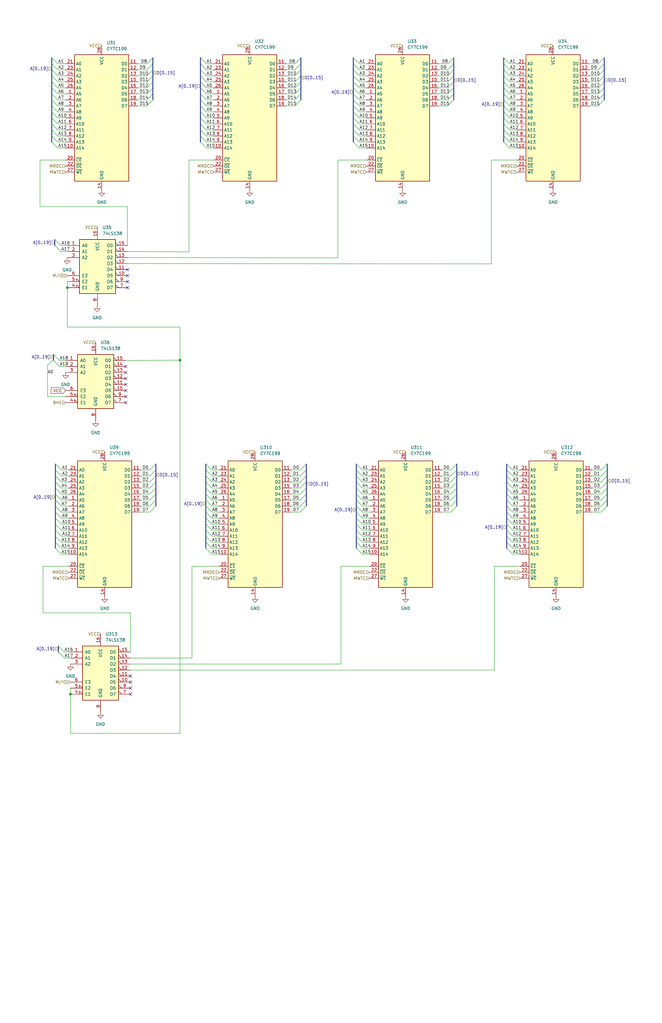
<source format=kicad_sch>
(kicad_sch (version 20211123) (generator eeschema)
  (paper "B" portrait)
  (lib_symbols
    (symbol "74xx:74LS138" (pin_names (offset 1.016))
      (property "Reference" "U" (at -7.62 11.43 0))
      (property "Value" "74LS138" (at -7.62 -13.97 0))
      (symbol "74LS138_1_0"
        (pin input line (at -12.7 7.62 0) (length 5.08) (name "A0") (number "1"))
        (pin output output_low (at 12.7 -5.08 180) (length 5.08) (name "O5") (number "10"))
        (pin output output_low (at 12.7 -2.54 180) (length 5.08) (name "O4") (number "11"))
        (pin output output_low (at 12.7 0 180) (length 5.08) (name "O3") (number "12"))
        (pin output output_low (at 12.7 2.54 180) (length 5.08) (name "O2") (number "13"))
        (pin output output_low (at 12.7 5.08 180) (length 5.08) (name "O1") (number "14"))
        (pin output output_low (at 12.7 7.62 180) (length 5.08) (name "O0") (number "15"))
        (pin power_in line (at 0 15.24 270) (length 5.08) (name "VCC") (number "16"))
        (pin input line (at -12.7 5.08 0) (length 5.08) (name "A1") (number "2"))
        (pin input line (at -12.7 2.54 0) (length 5.08) (name "A2") (number "3"))
        (pin input input_low (at -12.7 -10.16 0) (length 5.08) (name "E1") (number "4"))
        (pin input input_low (at -12.7 -7.62 0) (length 5.08) (name "E2") (number "5"))
        (pin input line (at -12.7 -5.08 0) (length 5.08) (name "E3") (number "6"))
        (pin output output_low (at 12.7 -10.16 180) (length 5.08) (name "O7") (number "7"))
        (pin power_in line (at 0 -17.78 90) (length 5.08) (name "GND") (number "8"))
        (pin output output_low (at 12.7 -7.62 180) (length 5.08) (name "O6") (number "9"))
      )
      (symbol "74LS138_1_1"
        (rectangle (start -7.62 10.16) (end 7.62 -12.7) (stroke (width 0.254)) (fill (type background)))
      )
    )
    (symbol "Memory_RAM:CY7C199"
      (property "Reference" "U" (at -11.43 27.94 0))
      (property "Value" "CY7C199" (at 3.81 27.94 0))
      (symbol "CY7C199_0_0"
        (pin power_in line (at 0 -30.48 90) (length 3.81) (name "GND") (number "14"))
        (pin power_in line (at 0 30.48 270) (length 3.81) (name "VCC") (number "28"))
      )
      (symbol "CY7C199_0_1"
        (rectangle (start -11.43 26.67) (end 11.43 -26.67) (stroke (width 0.254)) (fill (type background)))
      )
      (symbol "CY7C199_1_1"
        (pin input line (at -15.24 10.16 0) (length 3.81) (name "A5") (number "1"))
        (pin input line (at -15.24 -12.7 0) (length 3.81) (name "A14") (number "10"))
        (pin tri_state line (at 15.24 22.86 180) (length 3.81) (name "D0") (number "11"))
        (pin tri_state line (at 15.24 20.32 180) (length 3.81) (name "D1") (number "12"))
        (pin tri_state line (at 15.24 17.78 180) (length 3.81) (name "D2") (number "13"))
        (pin tri_state line (at 15.24 15.24 180) (length 3.81) (name "D3") (number "15"))
        (pin tri_state line (at 15.24 12.7 180) (length 3.81) (name "D4") (number "16"))
        (pin tri_state line (at 15.24 10.16 180) (length 3.81) (name "D5") (number "17"))
        (pin tri_state line (at 15.24 7.62 180) (length 3.81) (name "D6") (number "18"))
        (pin tri_state line (at 15.24 5.08 180) (length 3.81) (name "D7") (number "19"))
        (pin input line (at -15.24 7.62 0) (length 3.81) (name "A6") (number "2"))
        (pin input line (at -15.24 -17.78 0) (length 3.81) (name "~{CE}") (number "20"))
        (pin input line (at -15.24 22.86 0) (length 3.81) (name "A0") (number "21"))
        (pin input line (at -15.24 -20.32 0) (length 3.81) (name "~{OE}") (number "22"))
        (pin input line (at -15.24 20.32 0) (length 3.81) (name "A1") (number "23"))
        (pin input line (at -15.24 17.78 0) (length 3.81) (name "A2") (number "24"))
        (pin input line (at -15.24 15.24 0) (length 3.81) (name "A3") (number "25"))
        (pin input line (at -15.24 12.7 0) (length 3.81) (name "A4") (number "26"))
        (pin input line (at -15.24 -22.86 0) (length 3.81) (name "~{WE}") (number "27"))
        (pin input line (at -15.24 5.08 0) (length 3.81) (name "A7") (number "3"))
        (pin input line (at -15.24 2.54 0) (length 3.81) (name "A8") (number "4"))
        (pin input line (at -15.24 0 0) (length 3.81) (name "A9") (number "5"))
        (pin input line (at -15.24 -2.54 0) (length 3.81) (name "A10") (number "6"))
        (pin input line (at -15.24 -5.08 0) (length 3.81) (name "A11") (number "7"))
        (pin input line (at -15.24 -7.62 0) (length 3.81) (name "A12") (number "8"))
        (pin input line (at -15.24 -10.16 0) (length 3.81) (name "A13") (number "9"))
      )
    )
    (symbol "power:GND" (power) (pin_names (offset 0))
      (property "Value" "GND" (at 0 -3.81 0))
      (symbol "GND_0_1"
        (polyline (pts (xy 0 0) (xy 0 -1.27) (xy 1.27 -1.27) (xy 0 -2.54) (xy -1.27 -1.27) (xy 0 -1.27)))
      )
      (symbol "GND_1_1"
        (pin power_in line (at 0 0 270) (length 0) hide (name "GND") (number "1"))
      )
    )
  )
  (junction (at 75.946 152.019))
  (junction (at 28.448 121.412))
  (junction (at 29.718 292.989))
  (no_connect (at 53.086 169.926))
  (no_connect (at 53.086 157.226))
  (no_connect (at 53.086 162.306))
  (no_connect (at 55.118 287.909))
  (no_connect (at 53.086 154.686))
  (no_connect (at 55.118 290.449))
  (no_connect (at 55.118 285.369))
  (no_connect (at 53.086 164.846))
  (no_connect (at 55.118 292.989))
  (no_connect (at 53.086 159.766))
  (no_connect (at 53.848 118.872))
  (no_connect (at 53.848 121.412))
  (no_connect (at 53.848 116.332))
  (no_connect (at 53.848 113.792))
  (no_connect (at 53.086 167.386))
  (bus_entry (at 129.286 198.374) (size -2.54 2.54))
  (bus_entry (at 150.368 200.914) (size 2.54 2.54))
  (bus_entry (at 86.868 218.694) (size 2.54 2.54))
  (bus_entry (at 150.368 195.834) (size 2.54 2.54))
  (bus_entry (at 84.582 52.324) (size 2.54 2.54))
  (bus_entry (at 23.368 200.914) (size 2.54 2.54))
  (bus_entry (at 150.368 221.234) (size 2.54 2.54))
  (bus_entry (at 192.786 208.534) (size -2.54 2.54))
  (bus_entry (at 256.286 195.834) (size -2.54 2.54))
  (bus_entry (at 21.844 52.324) (size 2.54 2.54))
  (bus_entry (at 127 24.384) (size -2.54 2.54))
  (bus_entry (at 23.368 208.534) (size 2.54 2.54))
  (bus_entry (at 65.786 208.534) (size -2.54 2.54))
  (bus_entry (at 149.098 44.704) (size 2.54 2.54))
  (bus_entry (at 23.368 221.234) (size 2.54 2.54))
  (bus_entry (at 129.286 213.614) (size -2.54 2.54))
  (bus_entry (at 22.606 152.146) (size 2.54 2.54))
  (bus_entry (at 23.368 223.774) (size 2.54 2.54))
  (bus_entry (at 255.016 29.464) (size -2.54 2.54))
  (bus_entry (at 213.868 213.614) (size 2.54 2.54))
  (bus_entry (at 21.844 29.464) (size 2.54 2.54))
  (bus_entry (at 213.868 200.914) (size 2.54 2.54))
  (bus_entry (at 192.786 198.374) (size -2.54 2.54))
  (bus_entry (at 21.844 24.384) (size 2.54 2.54))
  (bus_entry (at 84.582 54.864) (size 2.54 2.54))
  (bus_entry (at 127 39.624) (size -2.54 2.54))
  (bus_entry (at 150.368 213.614) (size 2.54 2.54))
  (bus_entry (at 86.868 203.454) (size 2.54 2.54))
  (bus_entry (at 149.098 59.944) (size 2.54 2.54))
  (bus_entry (at 150.368 198.374) (size 2.54 2.54))
  (bus_entry (at 129.286 200.914) (size -2.54 2.54))
  (bus_entry (at 84.582 57.404) (size 2.54 2.54))
  (bus_entry (at 150.368 205.994) (size 2.54 2.54))
  (bus_entry (at 191.516 39.624) (size -2.54 2.54))
  (bus_entry (at 129.286 205.994) (size -2.54 2.54))
  (bus_entry (at 149.098 47.244) (size 2.54 2.54))
  (bus_entry (at 256.286 211.074) (size -2.54 2.54))
  (bus_entry (at 21.844 59.944) (size 2.54 2.54))
  (bus_entry (at 84.582 26.924) (size 2.54 2.54))
  (bus_entry (at 23.368 198.374) (size 2.54 2.54))
  (bus_entry (at 64.516 29.464) (size -2.54 2.54))
  (bus_entry (at 21.844 54.864) (size 2.54 2.54))
  (bus_entry (at 256.286 200.914) (size -2.54 2.54))
  (bus_entry (at 150.368 228.854) (size 2.54 2.54))
  (bus_entry (at 127 42.164) (size -2.54 2.54))
  (bus_entry (at 192.786 213.614) (size -2.54 2.54))
  (bus_entry (at 129.286 203.454) (size -2.54 2.54))
  (bus_entry (at 84.582 39.624) (size 2.54 2.54))
  (bus_entry (at 23.368 195.834) (size 2.54 2.54))
  (bus_entry (at 64.516 39.624) (size -2.54 2.54))
  (bus_entry (at 23.368 218.694) (size 2.54 2.54))
  (bus_entry (at 127 34.544) (size -2.54 2.54))
  (bus_entry (at 149.098 34.544) (size 2.54 2.54))
  (bus_entry (at 213.868 203.454) (size 2.54 2.54))
  (bus_entry (at 191.516 29.464) (size -2.54 2.54))
  (bus_entry (at 22.606 149.606) (size 2.54 2.54))
  (bus_entry (at 213.868 218.694) (size 2.54 2.54))
  (bus_entry (at 212.598 54.864) (size 2.54 2.54))
  (bus_entry (at 213.868 228.854) (size 2.54 2.54))
  (bus_entry (at 212.598 47.244) (size 2.54 2.54))
  (bus_entry (at 84.582 34.544) (size 2.54 2.54))
  (bus_entry (at 213.868 195.834) (size 2.54 2.54))
  (bus_entry (at 212.598 39.624) (size 2.54 2.54))
  (bus_entry (at 21.844 32.004) (size 2.54 2.54))
  (bus_entry (at 192.786 200.914) (size -2.54 2.54))
  (bus_entry (at 212.598 34.544) (size 2.54 2.54))
  (bus_entry (at 150.368 226.314) (size 2.54 2.54))
  (bus_entry (at 84.582 29.464) (size 2.54 2.54))
  (bus_entry (at 255.016 24.384) (size -2.54 2.54))
  (bus_entry (at 23.368 203.454) (size 2.54 2.54))
  (bus_entry (at 149.098 32.004) (size 2.54 2.54))
  (bus_entry (at 212.598 26.924) (size 2.54 2.54))
  (bus_entry (at 64.516 37.084) (size -2.54 2.54))
  (bus_entry (at 212.598 57.404) (size 2.54 2.54))
  (bus_entry (at 84.582 47.244) (size 2.54 2.54))
  (bus_entry (at 213.868 198.374) (size 2.54 2.54))
  (bus_entry (at 64.516 26.924) (size -2.54 2.54))
  (bus_entry (at 150.368 203.454) (size 2.54 2.54))
  (bus_entry (at 86.868 211.074) (size 2.54 2.54))
  (bus_entry (at 149.098 39.624) (size 2.54 2.54))
  (bus_entry (at 86.868 223.774) (size 2.54 2.54))
  (bus_entry (at 150.368 216.154) (size 2.54 2.54))
  (bus_entry (at 256.286 208.534) (size -2.54 2.54))
  (bus_entry (at 191.516 32.004) (size -2.54 2.54))
  (bus_entry (at 21.844 39.624) (size 2.54 2.54))
  (bus_entry (at 84.582 59.944) (size 2.54 2.54))
  (bus_entry (at 150.368 223.774) (size 2.54 2.54))
  (bus_entry (at 21.844 47.244) (size 2.54 2.54))
  (bus_entry (at 21.844 44.704) (size 2.54 2.54))
  (bus_entry (at 127 26.924) (size -2.54 2.54))
  (bus_entry (at 212.598 32.004) (size 2.54 2.54))
  (bus_entry (at 86.868 213.614) (size 2.54 2.54))
  (bus_entry (at 191.516 26.924) (size -2.54 2.54))
  (bus_entry (at 21.844 26.924) (size 2.54 2.54))
  (bus_entry (at 84.582 24.384) (size 2.54 2.54))
  (bus_entry (at 149.098 26.924) (size 2.54 2.54))
  (bus_entry (at 212.598 37.084) (size 2.54 2.54))
  (bus_entry (at 64.516 42.164) (size -2.54 2.54))
  (bus_entry (at 213.868 211.074) (size 2.54 2.54))
  (bus_entry (at 86.868 221.234) (size 2.54 2.54))
  (bus_entry (at 213.868 231.394) (size 2.54 2.54))
  (bus_entry (at 212.598 29.464) (size 2.54 2.54))
  (bus_entry (at 65.786 203.454) (size -2.54 2.54))
  (bus_entry (at 86.868 205.994) (size 2.54 2.54))
  (bus_entry (at 65.786 205.994) (size -2.54 2.54))
  (bus_entry (at 149.098 49.784) (size 2.54 2.54))
  (bus_entry (at 212.598 59.944) (size 2.54 2.54))
  (bus_entry (at 65.786 213.614) (size -2.54 2.54))
  (bus_entry (at 129.286 195.834) (size -2.54 2.54))
  (bus_entry (at 23.368 226.314) (size 2.54 2.54))
  (bus_entry (at 256.286 198.374) (size -2.54 2.54))
  (bus_entry (at 212.598 42.164) (size 2.54 2.54))
  (bus_entry (at 191.516 42.164) (size -2.54 2.54))
  (bus_entry (at 150.368 218.694) (size 2.54 2.54))
  (bus_entry (at 84.582 44.704) (size 2.54 2.54))
  (bus_entry (at 127 29.464) (size -2.54 2.54))
  (bus_entry (at 129.286 208.534) (size -2.54 2.54))
  (bus_entry (at 212.598 24.384) (size 2.54 2.54))
  (bus_entry (at 149.098 42.164) (size 2.54 2.54))
  (bus_entry (at 84.582 37.084) (size 2.54 2.54))
  (bus_entry (at 150.368 211.074) (size 2.54 2.54))
  (bus_entry (at 127 37.084) (size -2.54 2.54))
  (bus_entry (at 21.844 57.404) (size 2.54 2.54))
  (bus_entry (at 192.786 211.074) (size -2.54 2.54))
  (bus_entry (at 65.786 211.074) (size -2.54 2.54))
  (bus_entry (at 192.786 195.834) (size -2.54 2.54))
  (bus_entry (at 149.098 24.384) (size 2.54 2.54))
  (bus_entry (at 255.016 26.924) (size -2.54 2.54))
  (bus_entry (at 86.868 231.394) (size 2.54 2.54))
  (bus_entry (at 86.868 228.854) (size 2.54 2.54))
  (bus_entry (at 191.516 24.384) (size -2.54 2.54))
  (bus_entry (at 256.286 213.614) (size -2.54 2.54))
  (bus_entry (at 23.368 231.394) (size 2.54 2.54))
  (bus_entry (at 149.098 37.084) (size 2.54 2.54))
  (bus_entry (at 84.582 32.004) (size 2.54 2.54))
  (bus_entry (at 213.868 216.154) (size 2.54 2.54))
  (bus_entry (at 213.868 226.314) (size 2.54 2.54))
  (bus_entry (at 64.516 32.004) (size -2.54 2.54))
  (bus_entry (at 212.598 44.704) (size 2.54 2.54))
  (bus_entry (at 23.368 211.074) (size 2.54 2.54))
  (bus_entry (at 21.844 34.544) (size 2.54 2.54))
  (bus_entry (at 24.638 272.669) (size 2.54 2.54))
  (bus_entry (at 86.868 216.154) (size 2.54 2.54))
  (bus_entry (at 191.516 34.544) (size -2.54 2.54))
  (bus_entry (at 23.368 216.154) (size 2.54 2.54))
  (bus_entry (at 213.868 208.534) (size 2.54 2.54))
  (bus_entry (at 127 32.004) (size -2.54 2.54))
  (bus_entry (at 149.098 57.404) (size 2.54 2.54))
  (bus_entry (at 24.638 275.209) (size 2.54 2.54))
  (bus_entry (at 255.016 39.624) (size -2.54 2.54))
  (bus_entry (at 23.368 228.854) (size 2.54 2.54))
  (bus_entry (at 86.868 226.314) (size 2.54 2.54))
  (bus_entry (at 256.286 205.994) (size -2.54 2.54))
  (bus_entry (at 23.114 101.092) (size 2.54 2.54))
  (bus_entry (at 23.114 103.632) (size 2.54 2.54))
  (bus_entry (at 213.868 221.234) (size 2.54 2.54))
  (bus_entry (at 21.844 37.084) (size 2.54 2.54))
  (bus_entry (at 212.598 49.784) (size 2.54 2.54))
  (bus_entry (at 86.868 200.914) (size 2.54 2.54))
  (bus_entry (at 129.286 211.074) (size -2.54 2.54))
  (bus_entry (at 149.098 29.464) (size 2.54 2.54))
  (bus_entry (at 192.786 203.454) (size -2.54 2.54))
  (bus_entry (at 255.016 34.544) (size -2.54 2.54))
  (bus_entry (at 65.786 198.374) (size -2.54 2.54))
  (bus_entry (at 64.516 24.384) (size -2.54 2.54))
  (bus_entry (at 212.598 52.324) (size 2.54 2.54))
  (bus_entry (at 21.844 49.784) (size 2.54 2.54))
  (bus_entry (at 192.786 205.994) (size -2.54 2.54))
  (bus_entry (at 65.786 200.914) (size -2.54 2.54))
  (bus_entry (at 23.368 213.614) (size 2.54 2.54))
  (bus_entry (at 256.286 203.454) (size -2.54 2.54))
  (bus_entry (at 86.868 198.374) (size 2.54 2.54))
  (bus_entry (at 149.098 54.864) (size 2.54 2.54))
  (bus_entry (at 213.868 205.994) (size 2.54 2.54))
  (bus_entry (at 150.368 231.394) (size 2.54 2.54))
  (bus_entry (at 84.582 49.784) (size 2.54 2.54))
  (bus_entry (at 84.582 42.164) (size 2.54 2.54))
  (bus_entry (at 255.016 42.164) (size -2.54 2.54))
  (bus_entry (at 191.516 37.084) (size -2.54 2.54))
  (bus_entry (at 255.016 37.084) (size -2.54 2.54))
  (bus_entry (at 255.016 32.004) (size -2.54 2.54))
  (bus_entry (at 86.868 195.834) (size 2.54 2.54))
  (bus_entry (at 64.516 34.544) (size -2.54 2.54))
  (bus_entry (at 22.606 151.638) (size -2.54 2.54))
  (bus_entry (at 86.868 208.534) (size 2.54 2.54))
  (bus_entry (at 23.368 205.994) (size 2.54 2.54))
  (bus_entry (at 213.868 223.774) (size 2.54 2.54))
  (bus_entry (at 65.786 195.834) (size -2.54 2.54))
  (bus_entry (at 21.844 42.164) (size 2.54 2.54))
  (bus_entry (at 150.368 208.534) (size 2.54 2.54))
  (bus_entry (at 149.098 52.324) (size 2.54 2.54))
  (wire (pts (xy 152.908 211.074) (xy 155.956 211.074)))
  (wire (pts (xy 152.908 226.314) (xy 155.956 226.314)))
  (wire (pts (xy 152.908 203.454) (xy 155.956 203.454)))
  (wire (pts (xy 152.908 205.994) (xy 155.956 205.994)))
  (bus (pts (xy 212.598 47.244) (xy 212.598 49.784)))
  (bus (pts (xy 212.598 44.704) (xy 212.598 47.244)))
  (wire (pts (xy 18.161 239.014) (xy 28.956 239.014)))
  (wire (pts (xy 216.408 208.534) (xy 219.456 208.534)))
  (wire (pts (xy 20.066 167.386) (xy 27.686 167.386)))
  (wire (pts (xy 216.408 198.374) (xy 219.456 198.374)))
  (bus (pts (xy 149.098 34.544) (xy 149.098 37.084)))
  (wire (pts (xy 59.436 203.454) (xy 63.246 203.454)))
  (wire (pts (xy 120.65 37.084) (xy 124.46 37.084)))
  (bus (pts (xy 86.868 226.314) (xy 86.868 228.854)))
  (wire (pts (xy 24.384 57.404) (xy 27.686 57.404)))
  (bus (pts (xy 191.516 39.624) (xy 191.516 42.164)))
  (bus (pts (xy 21.844 29.464) (xy 21.844 32.004)))
  (wire (pts (xy 186.436 213.614) (xy 190.246 213.614)))
  (wire (pts (xy 89.408 223.774) (xy 92.456 223.774)))
  (bus (pts (xy 22.606 151.638) (xy 22.606 152.146)))
  (wire (pts (xy 29.718 290.449) (xy 29.718 292.989)))
  (bus (pts (xy 21.844 44.704) (xy 21.844 47.244)))
  (bus (pts (xy 21.844 54.864) (xy 21.844 57.404)))
  (bus (pts (xy 84.582 54.864) (xy 84.582 57.404)))
  (wire (pts (xy 59.436 211.074) (xy 63.246 211.074)))
  (wire (pts (xy 152.908 213.614) (xy 155.956 213.614)))
  (wire (pts (xy 248.666 29.464) (xy 252.476 29.464)))
  (wire (pts (xy 87.122 26.924) (xy 90.17 26.924)))
  (bus (pts (xy 150.368 195.834) (xy 150.368 198.374)))
  (wire (pts (xy 248.666 39.624) (xy 252.476 39.624)))
  (bus (pts (xy 213.868 216.154) (xy 213.868 218.694)))
  (wire (pts (xy 58.166 39.624) (xy 61.976 39.624)))
  (bus (pts (xy 84.582 24.384) (xy 84.582 26.924)))
  (bus (pts (xy 23.368 213.614) (xy 23.368 216.154)))
  (bus (pts (xy 149.098 52.324) (xy 149.098 54.864)))
  (wire (pts (xy 58.166 44.704) (xy 61.976 44.704)))
  (wire (pts (xy 208.661 282.829) (xy 55.118 282.829)))
  (bus (pts (xy 149.098 54.864) (xy 149.098 57.404)))
  (bus (pts (xy 64.516 37.084) (xy 64.516 39.624)))
  (bus (pts (xy 84.582 47.244) (xy 84.582 49.784)))
  (bus (pts (xy 127 39.624) (xy 127 42.164)))
  (bus (pts (xy 256.286 195.834) (xy 256.286 198.374)))
  (wire (pts (xy 152.908 218.694) (xy 155.956 218.694)))
  (wire (pts (xy 215.138 62.484) (xy 218.186 62.484)))
  (bus (pts (xy 86.868 198.374) (xy 86.868 200.914)))
  (wire (pts (xy 122.936 205.994) (xy 126.746 205.994)))
  (wire (pts (xy 81.026 277.749) (xy 81.026 239.014)))
  (wire (pts (xy 89.408 203.454) (xy 92.456 203.454)))
  (bus (pts (xy 149.098 47.244) (xy 149.098 49.784)))
  (bus (pts (xy 84.582 42.164) (xy 84.582 44.704)))
  (wire (pts (xy 151.638 34.544) (xy 154.686 34.544)))
  (wire (pts (xy 215.138 52.324) (xy 218.186 52.324)))
  (wire (pts (xy 89.408 221.234) (xy 92.456 221.234)))
  (wire (pts (xy 89.408 200.914) (xy 92.456 200.914)))
  (wire (pts (xy 215.138 57.404) (xy 218.186 57.404)))
  (bus (pts (xy 256.286 205.994) (xy 256.286 208.534)))
  (wire (pts (xy 152.908 231.394) (xy 155.956 231.394)))
  (wire (pts (xy 216.408 218.694) (xy 219.456 218.694)))
  (wire (pts (xy 87.122 37.084) (xy 90.17 37.084)))
  (wire (pts (xy 27.178 277.749) (xy 29.718 277.749)))
  (bus (pts (xy 149.098 57.404) (xy 149.098 59.944)))
  (wire (pts (xy 24.384 32.004) (xy 27.686 32.004)))
  (wire (pts (xy 25.654 106.172) (xy 28.448 106.172)))
  (bus (pts (xy 191.516 29.464) (xy 191.516 32.004)))
  (bus (pts (xy 212.598 26.924) (xy 212.598 29.464)))
  (bus (pts (xy 127 37.084) (xy 127 39.624)))
  (wire (pts (xy 151.638 54.864) (xy 154.686 54.864)))
  (bus (pts (xy 150.368 221.234) (xy 150.368 223.774)))
  (bus (pts (xy 255.016 39.624) (xy 255.016 42.164)))
  (wire (pts (xy 122.936 208.534) (xy 126.746 208.534)))
  (wire (pts (xy 248.666 37.084) (xy 252.476 37.084)))
  (wire (pts (xy 151.638 59.944) (xy 154.686 59.944)))
  (bus (pts (xy 191.516 34.544) (xy 191.516 37.084)))
  (bus (pts (xy 212.598 34.544) (xy 212.598 37.084)))
  (wire (pts (xy 207.391 111.379) (xy 53.848 111.252)))
  (wire (pts (xy 143.891 239.014) (xy 143.891 280.289)))
  (wire (pts (xy 207.391 67.564) (xy 207.391 111.379)))
  (bus (pts (xy 213.868 228.854) (xy 213.868 231.394)))
  (wire (pts (xy 151.638 32.004) (xy 154.686 32.004)))
  (bus (pts (xy 149.098 24.384) (xy 149.098 26.924)))
  (wire (pts (xy 87.122 44.704) (xy 90.17 44.704)))
  (wire (pts (xy 208.661 239.014) (xy 208.661 282.829)))
  (wire (pts (xy 29.718 309.499) (xy 75.946 309.499)))
  (wire (pts (xy 152.908 223.774) (xy 155.956 223.774)))
  (wire (pts (xy 216.408 233.934) (xy 219.456 233.934)))
  (wire (pts (xy 216.408 216.154) (xy 219.456 216.154)))
  (bus (pts (xy 149.098 29.464) (xy 149.098 32.004)))
  (wire (pts (xy 216.408 221.234) (xy 219.456 221.234)))
  (bus (pts (xy 86.868 200.914) (xy 86.868 203.454)))
  (wire (pts (xy 186.436 211.074) (xy 190.246 211.074)))
  (bus (pts (xy 192.786 195.834) (xy 192.786 198.374)))
  (bus (pts (xy 64.516 24.384) (xy 64.516 26.924)))
  (bus (pts (xy 212.598 37.084) (xy 212.598 39.624)))
  (bus (pts (xy 23.368 203.454) (xy 23.368 205.994)))
  (wire (pts (xy 249.936 203.454) (xy 253.746 203.454)))
  (bus (pts (xy 86.868 213.614) (xy 86.868 216.154)))
  (wire (pts (xy 89.408 218.694) (xy 92.456 218.694)))
  (wire (pts (xy 53.086 152.146) (xy 75.946 152.019)))
  (wire (pts (xy 216.408 228.854) (xy 219.456 228.854)))
  (bus (pts (xy 150.368 223.774) (xy 150.368 226.314)))
  (wire (pts (xy 120.65 44.704) (xy 124.46 44.704)))
  (wire (pts (xy 28.448 108.712) (xy 28.321 108.839)))
  (wire (pts (xy 24.384 49.784) (xy 27.686 49.784)))
  (wire (pts (xy 87.122 29.464) (xy 90.17 29.464)))
  (bus (pts (xy 84.582 49.784) (xy 84.582 52.324)))
  (wire (pts (xy 79.756 67.564) (xy 90.17 67.564)))
  (bus (pts (xy 65.786 198.374) (xy 65.786 200.914)))
  (bus (pts (xy 86.868 195.834) (xy 86.868 198.374)))
  (wire (pts (xy 59.436 198.374) (xy 63.246 198.374)))
  (wire (pts (xy 248.666 44.704) (xy 252.476 44.704)))
  (bus (pts (xy 149.098 39.624) (xy 149.098 42.164)))
  (bus (pts (xy 212.598 49.784) (xy 212.598 52.324)))
  (wire (pts (xy 58.166 37.084) (xy 61.976 37.084)))
  (bus (pts (xy 84.582 26.924) (xy 84.582 29.464)))
  (wire (pts (xy 152.908 198.374) (xy 155.956 198.374)))
  (wire (pts (xy 151.638 62.484) (xy 154.686 62.484)))
  (wire (pts (xy 249.936 198.374) (xy 253.746 198.374)))
  (wire (pts (xy 152.908 208.534) (xy 155.956 208.534)))
  (wire (pts (xy 207.391 67.564) (xy 218.186 67.564)))
  (wire (pts (xy 185.166 42.164) (xy 188.976 42.164)))
  (wire (pts (xy 24.384 34.544) (xy 27.686 34.544)))
  (wire (pts (xy 249.936 211.074) (xy 253.746 211.074)))
  (bus (pts (xy 23.368 223.774) (xy 23.368 226.314)))
  (bus (pts (xy 21.844 24.384) (xy 21.844 26.924)))
  (wire (pts (xy 215.138 49.784) (xy 218.186 49.784)))
  (wire (pts (xy 152.908 233.934) (xy 155.956 233.934)))
  (bus (pts (xy 213.868 200.914) (xy 213.868 203.454)))
  (wire (pts (xy 151.638 44.704) (xy 154.686 44.704)))
  (bus (pts (xy 149.098 37.084) (xy 149.098 39.624)))
  (wire (pts (xy 16.891 87.249) (xy 53.721 87.249)))
  (bus (pts (xy 150.368 200.914) (xy 150.368 203.454)))
  (bus (pts (xy 86.868 228.854) (xy 86.868 231.394)))
  (bus (pts (xy 23.368 200.914) (xy 23.368 203.454)))
  (bus (pts (xy 150.368 198.374) (xy 150.368 200.914)))
  (bus (pts (xy 150.368 203.454) (xy 150.368 205.994)))
  (wire (pts (xy 24.384 52.324) (xy 27.686 52.324)))
  (bus (pts (xy 21.844 49.784) (xy 21.844 52.324)))
  (wire (pts (xy 28.448 118.872) (xy 28.448 121.412)))
  (bus (pts (xy 149.098 49.784) (xy 149.098 52.324)))
  (wire (pts (xy 25.908 221.234) (xy 28.956 221.234)))
  (bus (pts (xy 255.016 29.464) (xy 255.016 32.004)))
  (bus (pts (xy 64.516 29.464) (xy 64.516 32.004)))
  (wire (pts (xy 28.448 121.412) (xy 28.448 138.049)))
  (wire (pts (xy 185.166 39.624) (xy 188.976 39.624)))
  (wire (pts (xy 185.166 32.004) (xy 188.976 32.004)))
  (wire (pts (xy 87.122 59.944) (xy 90.17 59.944)))
  (wire (pts (xy 75.946 138.049) (xy 75.946 152.019)))
  (wire (pts (xy 24.384 62.484) (xy 27.686 62.484)))
  (bus (pts (xy 65.786 211.074) (xy 65.786 213.614)))
  (bus (pts (xy 255.016 37.084) (xy 255.016 39.624)))
  (bus (pts (xy 150.368 228.854) (xy 150.368 231.394)))
  (wire (pts (xy 185.166 37.084) (xy 188.976 37.084)))
  (bus (pts (xy 23.368 216.154) (xy 23.368 218.694)))
  (wire (pts (xy 122.936 211.074) (xy 126.746 211.074)))
  (wire (pts (xy 208.661 239.014) (xy 219.456 239.014)))
  (wire (pts (xy 59.436 216.154) (xy 63.246 216.154)))
  (bus (pts (xy 129.286 211.074) (xy 129.286 213.614)))
  (wire (pts (xy 120.65 29.464) (xy 124.46 29.464)))
  (bus (pts (xy 255.016 32.004) (xy 255.016 34.544)))
  (bus (pts (xy 21.844 26.924) (xy 21.844 29.464)))
  (bus (pts (xy 192.786 208.534) (xy 192.786 211.074)))
  (wire (pts (xy 120.65 34.544) (xy 124.46 34.544)))
  (bus (pts (xy 213.868 203.454) (xy 213.868 205.994)))
  (wire (pts (xy 120.65 42.164) (xy 124.46 42.164)))
  (bus (pts (xy 255.016 34.544) (xy 255.016 37.084)))
  (bus (pts (xy 129.286 200.914) (xy 129.286 203.454)))
  (bus (pts (xy 23.368 211.074) (xy 23.368 213.614)))
  (wire (pts (xy 25.908 200.914) (xy 28.956 200.914)))
  (wire (pts (xy 25.908 223.774) (xy 28.956 223.774)))
  (wire (pts (xy 20.066 154.178) (xy 20.066 167.386)))
  (wire (pts (xy 186.436 208.534) (xy 190.246 208.534)))
  (wire (pts (xy 120.65 26.924) (xy 124.46 26.924)))
  (bus (pts (xy 23.368 226.314) (xy 23.368 228.854)))
  (bus (pts (xy 212.598 32.004) (xy 212.598 34.544)))
  (wire (pts (xy 53.848 106.172) (xy 79.756 106.299)))
  (wire (pts (xy 89.408 205.994) (xy 92.456 205.994)))
  (bus (pts (xy 86.868 211.074) (xy 86.868 213.614)))
  (wire (pts (xy 89.408 231.394) (xy 92.456 231.394)))
  (bus (pts (xy 192.786 211.074) (xy 192.786 213.614)))
  (wire (pts (xy 24.384 29.464) (xy 27.686 29.464)))
  (bus (pts (xy 86.868 223.774) (xy 86.868 226.314)))
  (wire (pts (xy 152.908 216.154) (xy 155.956 216.154)))
  (bus (pts (xy 213.868 198.374) (xy 213.868 200.914)))
  (wire (pts (xy 89.408 216.154) (xy 92.456 216.154)))
  (bus (pts (xy 255.016 24.384) (xy 255.016 26.924)))
  (wire (pts (xy 249.936 200.914) (xy 253.746 200.914)))
  (bus (pts (xy 64.516 26.924) (xy 64.516 29.464)))
  (wire (pts (xy 16.891 67.564) (xy 27.686 67.564)))
  (wire (pts (xy 25.908 208.534) (xy 28.956 208.534)))
  (wire (pts (xy 152.908 221.234) (xy 155.956 221.234)))
  (wire (pts (xy 24.384 54.864) (xy 27.686 54.864)))
  (bus (pts (xy 86.868 208.534) (xy 86.868 211.074)))
  (wire (pts (xy 24.384 47.244) (xy 27.686 47.244)))
  (wire (pts (xy 142.621 108.839) (xy 53.848 108.712)))
  (wire (pts (xy 122.936 198.374) (xy 126.746 198.374)))
  (wire (pts (xy 25.908 216.154) (xy 28.956 216.154)))
  (wire (pts (xy 41.148 129.032) (xy 41.021 129.032)))
  (bus (pts (xy 191.516 32.004) (xy 191.516 34.544)))
  (wire (pts (xy 24.384 44.704) (xy 27.686 44.704)))
  (wire (pts (xy 25.908 211.074) (xy 28.956 211.074)))
  (wire (pts (xy 24.384 59.944) (xy 27.686 59.944)))
  (wire (pts (xy 215.138 44.704) (xy 218.186 44.704)))
  (bus (pts (xy 129.286 208.534) (xy 129.286 211.074)))
  (wire (pts (xy 249.936 205.994) (xy 253.746 205.994)))
  (bus (pts (xy 191.516 26.924) (xy 191.516 29.464)))
  (wire (pts (xy 186.436 203.454) (xy 190.246 203.454)))
  (bus (pts (xy 212.598 57.404) (xy 212.598 59.944)))
  (bus (pts (xy 213.868 221.234) (xy 213.868 223.774)))
  (wire (pts (xy 143.891 280.289) (xy 55.118 280.289)))
  (wire (pts (xy 249.936 213.614) (xy 253.746 213.614)))
  (wire (pts (xy 58.166 42.164) (xy 61.976 42.164)))
  (wire (pts (xy 27.178 275.209) (xy 29.718 275.209)))
  (bus (pts (xy 84.582 32.004) (xy 84.582 34.544)))
  (wire (pts (xy 87.122 62.484) (xy 90.17 62.484)))
  (wire (pts (xy 151.638 29.464) (xy 154.686 29.464)))
  (wire (pts (xy 215.138 37.084) (xy 218.186 37.084)))
  (bus (pts (xy 21.844 52.324) (xy 21.844 54.864)))
  (bus (pts (xy 23.368 228.854) (xy 23.368 231.394)))
  (wire (pts (xy 59.436 213.614) (xy 63.246 213.614)))
  (wire (pts (xy 87.122 52.324) (xy 90.17 52.324)))
  (bus (pts (xy 86.868 203.454) (xy 86.868 205.994)))
  (bus (pts (xy 256.286 208.534) (xy 256.286 211.074)))
  (wire (pts (xy 215.138 26.924) (xy 218.186 26.924)))
  (bus (pts (xy 86.868 221.234) (xy 86.868 223.774)))
  (bus (pts (xy 64.516 32.004) (xy 64.516 34.544)))
  (bus (pts (xy 191.516 37.084) (xy 191.516 39.624)))
  (wire (pts (xy 122.936 216.154) (xy 126.746 216.154)))
  (bus (pts (xy 21.844 34.544) (xy 21.844 37.084)))
  (wire (pts (xy 122.936 200.914) (xy 126.746 200.914)))
  (bus (pts (xy 212.598 39.624) (xy 212.598 42.164)))
  (wire (pts (xy 216.408 223.774) (xy 219.456 223.774)))
  (bus (pts (xy 192.786 203.454) (xy 192.786 205.994)))
  (bus (pts (xy 212.598 54.864) (xy 212.598 57.404)))
  (wire (pts (xy 25.908 203.454) (xy 28.956 203.454)))
  (wire (pts (xy 151.638 39.624) (xy 154.686 39.624)))
  (bus (pts (xy 21.844 42.164) (xy 21.844 44.704)))
  (wire (pts (xy 215.138 32.004) (xy 218.186 32.004)))
  (bus (pts (xy 23.368 205.994) (xy 23.368 208.534)))
  (wire (pts (xy 151.638 26.924) (xy 154.686 26.924)))
  (wire (pts (xy 216.408 200.914) (xy 219.456 200.914)))
  (wire (pts (xy 25.908 228.854) (xy 28.956 228.854)))
  (wire (pts (xy 18.161 258.699) (xy 55.118 258.699)))
  (wire (pts (xy 87.122 57.404) (xy 90.17 57.404)))
  (wire (pts (xy 87.122 47.244) (xy 90.17 47.244)))
  (bus (pts (xy 213.868 195.834) (xy 213.868 198.374)))
  (wire (pts (xy 25.908 218.694) (xy 28.956 218.694)))
  (bus (pts (xy 149.098 26.924) (xy 149.098 29.464)))
  (wire (pts (xy 24.384 37.084) (xy 27.686 37.084)))
  (wire (pts (xy 122.936 213.614) (xy 126.746 213.614)))
  (wire (pts (xy 58.166 32.004) (xy 61.976 32.004)))
  (bus (pts (xy 213.868 208.534) (xy 213.868 211.074)))
  (bus (pts (xy 86.868 205.994) (xy 86.868 208.534)))
  (wire (pts (xy 186.436 205.994) (xy 190.246 205.994)))
  (wire (pts (xy 215.138 54.864) (xy 218.186 54.864)))
  (bus (pts (xy 21.844 47.244) (xy 21.844 49.784)))
  (bus (pts (xy 127 24.384) (xy 127 26.924)))
  (wire (pts (xy 216.408 231.394) (xy 219.456 231.394)))
  (wire (pts (xy 216.408 205.994) (xy 219.456 205.994)))
  (wire (pts (xy 216.408 211.074) (xy 219.456 211.074)))
  (wire (pts (xy 25.654 103.632) (xy 28.448 103.632)))
  (bus (pts (xy 256.286 203.454) (xy 256.286 205.994)))
  (wire (pts (xy 215.138 34.544) (xy 218.186 34.544)))
  (wire (pts (xy 249.936 216.154) (xy 253.746 216.154)))
  (wire (pts (xy 18.161 258.699) (xy 18.161 239.014)))
  (wire (pts (xy 58.166 34.544) (xy 61.976 34.544)))
  (bus (pts (xy 213.868 218.694) (xy 213.868 221.234)))
  (wire (pts (xy 185.166 26.924) (xy 188.976 26.924)))
  (bus (pts (xy 150.368 226.314) (xy 150.368 228.854)))
  (bus (pts (xy 21.844 57.404) (xy 21.844 59.944)))
  (bus (pts (xy 212.598 42.164) (xy 212.598 44.704)))
  (bus (pts (xy 23.114 101.092) (xy 23.114 103.632)))
  (bus (pts (xy 149.098 44.704) (xy 149.098 47.244)))
  (wire (pts (xy 215.138 39.624) (xy 218.186 39.624)))
  (bus (pts (xy 65.786 200.914) (xy 65.786 203.454)))
  (wire (pts (xy 215.138 47.244) (xy 218.186 47.244)))
  (bus (pts (xy 23.368 195.834) (xy 23.368 198.374)))
  (bus (pts (xy 191.516 24.384) (xy 191.516 26.924)))
  (wire (pts (xy 79.756 106.299) (xy 79.756 67.564)))
  (bus (pts (xy 84.582 57.404) (xy 84.582 59.944)))
  (bus (pts (xy 86.868 218.694) (xy 86.868 221.234)))
  (bus (pts (xy 23.368 221.234) (xy 23.368 223.774)))
  (bus (pts (xy 23.368 208.534) (xy 23.368 211.074)))
  (wire (pts (xy 151.638 42.164) (xy 154.686 42.164)))
  (wire (pts (xy 25.908 198.374) (xy 28.956 198.374)))
  (wire (pts (xy 216.408 213.614) (xy 219.456 213.614)))
  (wire (pts (xy 55.118 277.749) (xy 81.026 277.749)))
  (wire (pts (xy 185.166 29.464) (xy 188.976 29.464)))
  (bus (pts (xy 84.582 37.084) (xy 84.582 39.624)))
  (bus (pts (xy 150.368 216.154) (xy 150.368 218.694)))
  (wire (pts (xy 215.138 59.944) (xy 218.186 59.944)))
  (bus (pts (xy 129.286 195.834) (xy 129.286 198.374)))
  (bus (pts (xy 64.516 39.624) (xy 64.516 42.164)))
  (wire (pts (xy 248.666 26.924) (xy 252.476 26.924)))
  (bus (pts (xy 255.016 26.924) (xy 255.016 29.464)))
  (bus (pts (xy 192.786 200.914) (xy 192.786 203.454)))
  (bus (pts (xy 21.844 39.624) (xy 21.844 42.164)))
  (wire (pts (xy 186.436 198.374) (xy 190.246 198.374)))
  (bus (pts (xy 212.598 29.464) (xy 212.598 32.004)))
  (wire (pts (xy 215.138 42.164) (xy 218.186 42.164)))
  (bus (pts (xy 213.868 226.314) (xy 213.868 228.854)))
  (wire (pts (xy 16.891 87.249) (xy 16.891 67.564)))
  (wire (pts (xy 87.122 54.864) (xy 90.17 54.864)))
  (wire (pts (xy 87.122 49.784) (xy 90.17 49.784)))
  (bus (pts (xy 192.786 205.994) (xy 192.786 208.534)))
  (bus (pts (xy 213.868 213.614) (xy 213.868 216.154)))
  (wire (pts (xy 25.908 213.614) (xy 28.956 213.614)))
  (wire (pts (xy 152.908 228.854) (xy 155.956 228.854)))
  (bus (pts (xy 213.868 205.994) (xy 213.868 208.534)))
  (bus (pts (xy 65.786 203.454) (xy 65.786 205.994)))
  (bus (pts (xy 150.368 213.614) (xy 150.368 216.154)))
  (bus (pts (xy 256.286 198.374) (xy 256.286 200.914)))
  (wire (pts (xy 75.946 152.019) (xy 75.946 309.499)))
  (wire (pts (xy 53.721 87.249) (xy 53.848 103.632)))
  (bus (pts (xy 86.868 216.154) (xy 86.868 218.694)))
  (wire (pts (xy 25.908 205.994) (xy 28.956 205.994)))
  (wire (pts (xy 120.65 32.004) (xy 124.46 32.004)))
  (bus (pts (xy 21.844 32.004) (xy 21.844 34.544)))
  (bus (pts (xy 64.516 34.544) (xy 64.516 37.084)))
  (wire (pts (xy 59.436 205.994) (xy 63.246 205.994)))
  (wire (pts (xy 55.118 275.209) (xy 55.118 258.699)))
  (bus (pts (xy 127 34.544) (xy 127 37.084)))
  (bus (pts (xy 150.368 211.074) (xy 150.368 213.614)))
  (bus (pts (xy 256.286 200.914) (xy 256.286 203.454)))
  (bus (pts (xy 65.786 208.534) (xy 65.786 211.074)))
  (bus (pts (xy 65.786 205.994) (xy 65.786 208.534)))
  (wire (pts (xy 24.384 39.624) (xy 27.686 39.624)))
  (wire (pts (xy 151.638 52.324) (xy 154.686 52.324)))
  (wire (pts (xy 87.122 32.004) (xy 90.17 32.004)))
  (wire (pts (xy 25.146 152.146) (xy 27.686 152.146)))
  (wire (pts (xy 151.638 37.084) (xy 154.686 37.084)))
  (wire (pts (xy 215.138 29.464) (xy 218.186 29.464)))
  (wire (pts (xy 185.166 34.544) (xy 188.976 34.544)))
  (wire (pts (xy 89.408 213.614) (xy 92.456 213.614)))
  (bus (pts (xy 212.598 24.384) (xy 212.598 26.924)))
  (wire (pts (xy 87.122 42.164) (xy 90.17 42.164)))
  (bus (pts (xy 23.368 198.374) (xy 23.368 200.914)))
  (wire (pts (xy 89.408 228.854) (xy 92.456 228.854)))
  (wire (pts (xy 249.936 208.534) (xy 253.746 208.534)))
  (wire (pts (xy 24.384 26.924) (xy 27.686 26.924)))
  (bus (pts (xy 23.368 218.694) (xy 23.368 221.234)))
  (wire (pts (xy 248.666 32.004) (xy 252.476 32.004)))
  (wire (pts (xy 89.408 198.374) (xy 92.456 198.374)))
  (bus (pts (xy 84.582 39.624) (xy 84.582 42.164)))
  (wire (pts (xy 58.166 29.464) (xy 61.976 29.464)))
  (bus (pts (xy 127 26.924) (xy 127 29.464)))
  (bus (pts (xy 65.786 195.834) (xy 65.786 198.374)))
  (wire (pts (xy 25.908 233.934) (xy 28.956 233.934)))
  (bus (pts (xy 129.286 205.994) (xy 129.286 208.534)))
  (wire (pts (xy 186.436 200.914) (xy 190.246 200.914)))
  (wire (pts (xy 89.408 233.934) (xy 92.456 233.934)))
  (wire (pts (xy 151.638 57.404) (xy 154.686 57.404)))
  (bus (pts (xy 84.582 29.464) (xy 84.582 32.004)))
  (wire (pts (xy 87.122 34.544) (xy 90.17 34.544)))
  (bus (pts (xy 212.598 52.324) (xy 212.598 54.864)))
  (bus (pts (xy 127 29.464) (xy 127 32.004)))
  (wire (pts (xy 142.621 67.564) (xy 154.686 67.564)))
  (wire (pts (xy 185.166 44.704) (xy 188.976 44.704)))
  (wire (pts (xy 89.408 226.314) (xy 92.456 226.314)))
  (wire (pts (xy 28.448 138.049) (xy 75.946 138.049)))
  (wire (pts (xy 81.026 239.014) (xy 92.456 239.014)))
  (wire (pts (xy 29.718 292.989) (xy 29.718 309.499)))
  (wire (pts (xy 248.666 42.164) (xy 252.476 42.164)))
  (wire (pts (xy 25.908 231.394) (xy 28.956 231.394)))
  (bus (pts (xy 192.786 198.374) (xy 192.786 200.914)))
  (bus (pts (xy 22.606 149.606) (xy 22.606 151.638)))
  (bus (pts (xy 129.286 198.374) (xy 129.286 200.914)))
  (bus (pts (xy 84.582 34.544) (xy 84.582 37.084)))
  (bus (pts (xy 127 32.004) (xy 127 34.544)))
  (wire (pts (xy 89.408 208.534) (xy 92.456 208.534)))
  (wire (pts (xy 143.891 239.014) (xy 155.956 239.014)))
  (wire (pts (xy 120.65 39.624) (xy 124.46 39.624)))
  (wire (pts (xy 248.666 34.544) (xy 252.476 34.544)))
  (wire (pts (xy 25.146 154.686) (xy 27.686 154.686)))
  (wire (pts (xy 89.408 211.074) (xy 92.456 211.074)))
  (bus (pts (xy 150.368 218.694) (xy 150.368 221.234)))
  (wire (pts (xy 152.908 200.914) (xy 155.956 200.914)))
  (bus (pts (xy 256.286 211.074) (xy 256.286 213.614)))
  (bus (pts (xy 150.368 205.994) (xy 150.368 208.534)))
  (wire (pts (xy 122.936 203.454) (xy 126.746 203.454)))
  (wire (pts (xy 151.638 47.244) (xy 154.686 47.244)))
  (bus (pts (xy 213.868 211.074) (xy 213.868 213.614)))
  (wire (pts (xy 24.384 42.164) (xy 27.686 42.164)))
  (wire (pts (xy 25.908 226.314) (xy 28.956 226.314)))
  (wire (pts (xy 216.408 203.454) (xy 219.456 203.454)))
  (bus (pts (xy 213.868 223.774) (xy 213.868 226.314)))
  (wire (pts (xy 87.122 39.624) (xy 90.17 39.624)))
  (wire (pts (xy 59.436 200.914) (xy 63.246 200.914)))
  (bus (pts (xy 21.844 37.084) (xy 21.844 39.624)))
  (wire (pts (xy 216.408 226.314) (xy 219.456 226.314)))
  (wire (pts (xy 186.436 216.154) (xy 190.246 216.154)))
  (bus (pts (xy 149.098 32.004) (xy 149.098 34.544)))
  (bus (pts (xy 24.638 272.669) (xy 24.638 275.209)))
  (wire (pts (xy 58.166 26.924) (xy 61.976 26.924)))
  (bus (pts (xy 84.582 52.324) (xy 84.582 54.864)))
  (wire (pts (xy 142.621 67.564) (xy 142.621 108.839)))
  (wire (pts (xy 151.638 49.784) (xy 154.686 49.784)))
  (wire (pts (xy 59.436 208.534) (xy 63.246 208.534)))
  (bus (pts (xy 149.098 42.164) (xy 149.098 44.704)))
  (bus (pts (xy 129.286 203.454) (xy 129.286 205.994)))
  (bus (pts (xy 150.368 208.534) (xy 150.368 211.074)))
  (bus (pts (xy 84.582 44.704) (xy 84.582 47.244)))
  (label "A1" (at 89.408 198.374 0))
  (label "A13" (at 25.908 228.854 0))
  (label "A7" (at 24.511 42.164 0))
  (label "A2" (at 87.122 29.464 0))
  (label "A14" (at 151.638 59.944 0))
  (label "D12" (at 121.285 37.084 0))
  (label "A13" (at 215.138 57.404 0))
  (label "D11" (at 249.301 34.544 0))
  (label "A7" (at 215.138 42.164 0))
  (label "A14" (at 24.511 59.944 0))
  (label "A2" (at 215.138 29.464 0))
  (label "A13" (at 216.408 228.854 0))
  (label "D15" (at 185.801 44.704 0))
  (label "A9" (at 152.908 218.694 0))
  (label "A8" (at 152.908 216.154 0))
  (label "D4" (at 250.571 208.534 0))
  (label "D2" (at 250.571 203.454 0))
  (label "D0" (at 123.571 198.374 0))
  (label "D6" (at 250.571 213.614 0))
  (label "A3" (at 24.511 32.004 0))
  (label "A8" (at 24.511 44.704 0))
  (label "D10" (at 58.801 32.004 0))
  (label "A9" (at 216.408 218.694 0))
  (label "D5" (at 123.571 211.074 0))
  (label "D14" (at 185.801 42.164 0))
  (label "D9" (at 185.801 29.464 0))
  (label "A14" (at 25.908 231.394 0))
  (label "A15" (at 152.908 233.934 0))
  (label "D6" (at 60.071 213.614 0))
  (label "A7" (at 25.908 213.614 0))
  (label "D3" (at 123.571 205.994 0))
  (label "A12" (at 89.408 226.314 0))
  (label "A4" (at 25.908 205.994 0))
  (label "A6" (at 24.511 39.624 0))
  (label "A15" (at 24.511 62.484 0))
  (label "D14" (at 249.301 42.164 0))
  (label "A18" (at 25.1523 152.146 0))
  (label "A14" (at 89.408 231.394 0))
  (label "A12" (at 151.638 54.864 0))
  (label "A15" (at 215.138 62.484 0))
  (label "A13" (at 24.511 57.404 0))
  (label "A1" (at 152.908 198.374 0))
  (label "A11" (at 216.408 223.774 0))
  (label "D1" (at 60.071 200.914 0))
  (label "A7" (at 89.408 213.614 0))
  (label "A3" (at 152.908 203.454 0))
  (label "A10" (at 87.122 49.784 0))
  (label "A1" (at 151.638 26.924 0))
  (label "D11" (at 121.285 34.544 0))
  (label "A3" (at 25.908 203.454 0))
  (label "A5" (at 25.908 208.534 0))
  (label "A10" (at 89.408 221.234 0))
  (label "A15" (at 25.908 233.934 0))
  (label "D1" (at 123.571 200.914 0))
  (label "A9" (at 215.138 47.244 0))
  (label "D2" (at 187.071 203.454 0))
  (label "A1" (at 87.122 26.924 0))
  (label "D8" (at 186.436 26.924 0))
  (label "A5" (at 216.408 208.534 0))
  (label "D8" (at 249.936 26.924 0))
  (label "A15" (at 87.122 62.484 0))
  (label "D1" (at 187.071 200.914 0))
  (label "A6" (at 215.138 39.624 0))
  (label "D7" (at 187.071 216.154 0))
  (label "A9" (at 151.638 47.244 0))
  (label "D2" (at 60.071 203.454 0))
  (label "A7" (at 152.908 213.614 0))
  (label "D6" (at 187.071 213.614 0))
  (label "A1" (at 216.408 198.374 0))
  (label "A4" (at 24.511 34.544 0))
  (label "D1" (at 250.571 200.914 0))
  (label "A16" (at 27.178 275.209 0))
  (label "D8" (at 59.436 26.924 0))
  (label "A8" (at 216.408 216.154 0))
  (label "A4" (at 151.638 34.544 0))
  (label "A7" (at 87.122 42.164 0))
  (label "D5" (at 187.071 211.074 0))
  (label "D0" (at 187.071 198.374 0))
  (label "A7" (at 216.408 213.614 0))
  (label "A5" (at 151.638 37.084 0))
  (label "A3" (at 89.408 203.454 0))
  (label "A13" (at 89.408 228.854 0))
  (label "A8" (at 151.638 44.704 0))
  (label "A6" (at 151.638 39.624 0))
  (label "D4" (at 123.571 208.534 0))
  (label "D14" (at 121.285 42.164 0))
  (label "A12" (at 152.908 226.314 0))
  (label "D13" (at 185.801 39.624 0))
  (label "A4" (at 152.908 205.994 0))
  (label "A12" (at 87.122 54.864 0))
  (label "D3" (at 187.071 205.994 0))
  (label "D0" (at 250.571 198.374 0))
  (label "D2" (at 123.571 203.454 0))
  (label "A6" (at 216.408 211.074 0))
  (label "A7" (at 151.638 42.164 0))
  (label "D9" (at 121.285 29.464 0))
  (label "A4" (at 215.138 34.544 0))
  (label "D4" (at 187.071 208.534 0))
  (label "D13" (at 121.285 39.624 0))
  (label "A9" (at 87.122 47.244 0))
  (label "D0" (at 60.071 198.374 0))
  (label "D9" (at 249.301 29.464 0))
  (label "D9" (at 58.801 29.464 0))
  (label "A3" (at 151.638 32.004 0))
  (label "A6" (at 87.122 39.624 0))
  (label "A11" (at 215.138 52.324 0))
  (label "A5" (at 89.408 208.534 0))
  (label "A16" (at 25.908 103.632 0))
  (label "D10" (at 249.301 32.004 0))
  (label "A13" (at 151.638 57.404 0))
  (label "A2" (at 152.908 200.914 0))
  (label "A11" (at 89.408 223.774 0))
  (label "D12" (at 249.301 37.084 0))
  (label "A2" (at 89.408 200.914 0))
  (label "A15" (at 216.408 233.934 0))
  (label "A6" (at 26.162 211.074 0))
  (label "A19" (at 25.1523 154.686 0))
  (label "D5" (at 250.571 211.074 0))
  (label "D5" (at 60.071 211.074 0))
  (label "A10" (at 215.138 49.784 0))
  (label "A3" (at 87.122 32.004 0))
  (label "A5" (at 152.908 208.534 0))
  (label "D14" (at 58.801 42.164 0))
  (label "D10" (at 185.801 32.004 0))
  (label "A5" (at 87.122 37.084 0))
  (label "A2" (at 24.511 29.464 0))
  (label "A5" (at 24.511 37.084 0))
  (label "A17" (at 25.807 106.172 0))
  (label "A3" (at 215.138 32.004 0))
  (label "A12" (at 24.511 54.864 0))
  (label "D15" (at 121.285 44.704 0))
  (label "A10" (at 216.408 221.234 0))
  (label "D7" (at 250.571 216.154 0))
  (label "D12" (at 58.801 37.084 0))
  (label "A14" (at 216.408 231.394 0))
  (label "A6" (at 89.408 211.074 0))
  (label "A11" (at 24.511 52.324 0))
  (label "A13" (at 87.122 57.404 0))
  (label "A10" (at 152.908 221.234 0))
  (label "D3" (at 250.571 205.994 0))
  (label "A1" (at 26.162 198.374 0))
  (label "D6" (at 123.571 213.614 0))
  (label "A8" (at 215.138 44.704 0))
  (label "A6" (at 152.908 211.074 0))
  (label "A11" (at 151.638 52.324 0))
  (label "A10" (at 151.638 49.784 0))
  (label "A8" (at 26.162 216.154 0))
  (label "A14" (at 152.908 231.394 0))
  (label "A9" (at 24.511 47.244 0))
  (label "A8" (at 89.408 216.154 0))
  (label "A10" (at 24.511 49.784 0))
  (label "A1" (at 24.511 26.924 0))
  (label "A12" (at 215.138 54.864 0))
  (label "A17" (at 27.178 277.749 0))
  (label "D3" (at 60.071 205.994 0))
  (label "D7" (at 60.071 216.154 0))
  (label "A11" (at 152.908 223.774 0))
  (label "A9" (at 26.162 218.694 0))
  (label "A14" (at 215.138 59.944 0))
  (label "A8" (at 87.122 44.704 0))
  (label "A11" (at 26.162 223.774 0))
  (label "D8" (at 121.92 26.924 0))
  (label "A12" (at 26.162 226.314 0))
  (label "D15" (at 58.801 44.704 0))
  (label "A4" (at 87.122 34.544 0))
  (label "A4" (at 216.408 205.994 0))
  (label "A4" (at 89.408 205.994 0))
  (label "D11" (at 185.801 34.544 0))
  (label "A9" (at 89.408 218.694 0))
  (label "D13" (at 249.301 39.624 0))
  (label "A14" (at 87.122 59.944 0))
  (label "D11" (at 58.801 34.544 0))
  (label "A2" (at 151.638 29.464 0))
  (label "A2" (at 26.162 200.914 0))
  (label "A11" (at 87.122 52.324 0))
  (label "A3" (at 216.408 203.454 0))
  (label "A5" (at 215.138 37.084 0))
  (label "D7" (at 123.571 216.154 0))
  (label "A12" (at 216.408 226.314 0))
  (label "D13" (at 58.801 39.624 0))
  (label "A1" (at 215.138 26.924 0))
  (label "A15" (at 89.408 233.934 0))
  (label "D12" (at 185.801 37.084 0))
  (label "A13" (at 152.908 228.854 0))
  (label "D15" (at 249.301 44.704 0))
  (label "D10" (at 121.285 32.004 0))
  (label "A15" (at 151.638 62.484 0))
  (label "D4" (at 60.071 208.534 0))
  (label "A10" (at 26.162 221.234 0))
  (label "A0" (at 20.066 157.988 0))
  (label "A2" (at 216.408 200.914 0))
  (global_label "VCC" (shape input) (at 27.686 164.846 180) (property "Intersheet References" "${INTERSHEET_REFS}" (effects hide)))
  (hierarchical_label "VCC" (shape input) (at 169.926 19.304 180))
  (hierarchical_label "A[0..19]" (shape input) (at 213.868 222.504 180))
  (hierarchical_label "MRDC" (shape input) (at 28.956 241.554 180))
  (hierarchical_label "A[0..19]" (shape input) (at 24.638 273.812 180))
  (hierarchical_label "MWTC" (shape input) (at 154.686 72.644 180))
  (hierarchical_label "MWTC" (shape input) (at 27.686 72.644 180))
  (hierarchical_label "A[0..19]" (shape input) (at 86.868 212.598 180))
  (hierarchical_label "MRDC" (shape input) (at 90.17 70.104 180))
  (hierarchical_label "MRDC" (shape input) (at 154.686 70.104 180))
  (hierarchical_label "D[0..15]" (shape input) (at 129.286 204.216 0))
  (hierarchical_label "MWTC" (shape input) (at 90.17 72.644 180))
  (hierarchical_label "VCC" (shape input) (at 40.386 144.526 180))
  (hierarchical_label "D[0..15]" (shape input) (at 192.786 199.898 0))
  (hierarchical_label "M{slash}IO" (shape input) (at 28.448 116.332 180))
  (hierarchical_label "D[0..15]" (shape input) (at 255.016 33.782 0))
  (hierarchical_label "A[0..19]" (shape input) (at 84.582 36.322 180))
  (hierarchical_label "D[0..15]" (shape input) (at 64.516 30.734 0))
  (hierarchical_label "A[0..19]" (shape input) (at 150.368 215.138 180))
  (hierarchical_label "MRDC" (shape input) (at 219.456 241.554 180))
  (hierarchical_label "MRDC" (shape input) (at 155.956 241.554 180))
  (hierarchical_label "D[0..15]" (shape input) (at 127 32.766 0))
  (hierarchical_label "A[0..19]" (shape input) (at 21.844 28.956 180))
  (hierarchical_label "A[0..19]" (shape input) (at 23.114 102.362 180))
  (hierarchical_label "MWTC" (shape input) (at 218.186 72.644 180))
  (hierarchical_label "A[0..19]" (shape input) (at 149.098 38.862 180))
  (hierarchical_label "MRDC" (shape input) (at 218.186 70.104 180))
  (hierarchical_label "MRDC" (shape input) (at 92.456 241.554 180))
  (hierarchical_label "MWTC" (shape input) (at 155.956 244.094 180))
  (hierarchical_label "VCC" (shape input) (at 42.926 19.304 180))
  (hierarchical_label "VCC" (shape input) (at 234.696 190.754 180))
  (hierarchical_label "A[0..19]" (shape input) (at 22.606 150.622 180))
  (hierarchical_label "D[0..15]" (shape input) (at 65.786 200.406 0))
  (hierarchical_label "D[0..15]" (shape input) (at 191.516 33.782 0))
  (hierarchical_label "VCC" (shape input) (at 233.426 19.304 180))
  (hierarchical_label "BHE" (shape input) (at 27.686 169.926 180))
  (hierarchical_label "M{slash}IO" (shape input) (at 29.718 287.909 180))
  (hierarchical_label "MWTC" (shape input) (at 92.456 244.094 180))
  (hierarchical_label "MWTC" (shape input) (at 219.456 244.094 180))
  (hierarchical_label "VCC" (shape input) (at 44.196 190.754 180))
  (hierarchical_label "VCC" (shape input) (at 171.196 190.754 180))
  (hierarchical_label "A[0..19]" (shape input) (at 212.598 43.942 180))
  (hierarchical_label "MRDC" (shape input) (at 27.686 70.104 180))
  (hierarchical_label "VCC" (shape input) (at 42.418 267.589 180))
  (hierarchical_label "VCC" (shape input) (at 41.148 96.012 180))
  (hierarchical_label "A[0..19]" (shape input) (at 23.368 209.804 180))
  (hierarchical_label "D[0..15]" (shape input) (at 256.54 202.946 0))
  (hierarchical_label "VCC" (shape input) (at 107.696 190.754 180))
  (hierarchical_label "MWTC" (shape input) (at 28.956 244.094 180))
  (hierarchical_label "VCC" (shape input) (at 105.41 19.304 180))
  (symbol (lib_id "Memory_RAM:CY7C199") (at 42.926 49.784 0) (unit 1)
    (property "Reference" "U31" (at 44.9454 18.034 0) (effects (justify left)))
    (property "Value" "CY7C199" (at 44.9454 20.574 0) (effects (justify left)))
  )
  (symbol (lib_id "power:GND") (at 40.386 177.546 0) (unit 1)
    (property "Reference" "#PWR0120" (effects hide))
    (property "Value" "GND" (at 40.386 182.626 0))
  )
  (symbol (lib_id "power:GND") (at 28.321 108.839 0) (unit 1)
    (property "Reference" "#PWR0113" (effects hide))
    (property "Value" "GND" (at 28.321 113.919 0))
  )
  (symbol (lib_id "74xx:74LS138") (at 41.148 111.252 0) (unit 1)
    (property "Reference" "U35" (at 43.1674 96.012 0) (effects (justify left)))
    (property "Value" "74LS138" (at 43.1674 98.552 0) (effects (justify left)))
    (property "Datasheet" "http://www.ti.com/lit/gpn/sn74LS138" (effects hide))
  )
  (symbol (lib_id "Memory_RAM:CY7C199") (at 234.696 221.234 0) (unit 1)
    (property "Reference" "U312" (at 236.7154 188.849 0) (effects (justify left)))
    (property "Value" "CY7C199" (at 236.7154 191.389 0) (effects (justify left)))
  )
  (symbol (lib_id "power:GND") (at 233.426 80.264 0) (unit 1)
    (property "Reference" "#PWR0116" (effects hide))
    (property "Value" "GND" (at 233.426 85.344 0))
  )
  (symbol (lib_id "power:GND") (at 44.196 251.714 0) (unit 1)
    (property "Reference" "#PWR0121" (effects hide))
    (property "Value" "GND" (at 44.196 256.794 0))
  )
  (symbol (lib_id "power:GND") (at 27.686 157.226 0) (unit 1)
    (property "Reference" "#PWR0119" (effects hide))
    (property "Value" "GND" (at 27.686 162.306 0))
  )
  (symbol (lib_id "Memory_RAM:CY7C199") (at 107.696 221.234 0) (unit 1)
    (property "Reference" "U310" (at 109.7154 188.849 0) (effects (justify left)))
    (property "Value" "CY7C199" (at 109.7154 191.389 0) (effects (justify left)))
  )
  (symbol (lib_id "power:GND") (at 41.021 129.032 0) (unit 1)
    (property "Reference" "#PWR0114" (effects hide))
    (property "Value" "GND" (at 41.021 134.112 0))
  )
  (symbol (lib_id "Memory_RAM:CY7C199") (at 44.196 221.234 0) (unit 1)
    (property "Reference" "U39" (at 46.2154 188.849 0) (effects (justify left)))
    (property "Value" "CY7C199" (at 46.2154 191.389 0) (effects (justify left)))
  )
  (symbol (lib_id "74xx:74LS138") (at 42.418 282.829 0) (unit 1)
    (property "Reference" "U313" (at 44.4374 267.589 0) (effects (justify left)))
    (property "Value" "74LS138" (at 44.4374 270.129 0) (effects (justify left)))
    (property "Datasheet" "http://www.ti.com/lit/gpn/sn74LS138" (effects hide))
  )
  (symbol (lib_id "power:GND") (at 29.718 280.289 0) (unit 1)
    (property "Reference" "#PWR0123" (effects hide))
    (property "Value" "GND" (at 29.718 285.369 0))
  )
  (symbol (lib_id "Memory_RAM:CY7C199") (at 105.41 49.784 0) (unit 1)
    (property "Reference" "U32" (at 107.4294 17.399 0) (effects (justify left)))
    (property "Value" "CY7C199" (at 107.4294 19.939 0) (effects (justify left)))
  )
  (symbol (lib_id "power:GND") (at 107.696 251.714 0) (unit 1)
    (property "Reference" "#PWR0124" (effects hide))
    (property "Value" "GND" (at 107.696 256.794 0))
  )
  (symbol (lib_id "power:GND") (at 42.926 80.264 0) (unit 1)
    (property "Reference" "#PWR0115" (effects hide))
    (property "Value" "GND" (at 42.926 85.344 0))
  )
  (symbol (lib_id "power:GND") (at 42.418 300.609 0) (unit 1)
    (property "Reference" "#PWR0122" (effects hide))
    (property "Value" "GND" (at 42.418 305.689 0))
  )
  (symbol (lib_id "power:GND") (at 171.196 251.714 0) (unit 1)
    (property "Reference" "#PWR0126" (effects hide))
    (property "Value" "GND" (at 171.196 256.794 0))
  )
  (symbol (lib_id "Memory_RAM:CY7C199") (at 171.196 221.234 0) (unit 1)
    (property "Reference" "U311" (at 173.2154 188.849 0) (effects (justify left)))
    (property "Value" "CY7C199" (at 173.2154 191.389 0) (effects (justify left)))
  )
  (symbol (lib_id "power:GND") (at 234.696 251.714 0) (unit 1)
    (property "Reference" "#PWR0125" (effects hide))
    (property "Value" "GND" (at 234.696 256.794 0))
  )
  (symbol (lib_id "power:GND") (at 169.926 80.264 0) (unit 1)
    (property "Reference" "#PWR0118" (effects hide))
    (property "Value" "GND" (at 169.926 85.344 0))
  )
  (symbol (lib_id "Memory_RAM:CY7C199") (at 169.926 49.784 0) (unit 1)
    (property "Reference" "U33" (at 171.9454 17.399 0) (effects (justify left)))
    (property "Value" "CY7C199" (at 171.9454 19.939 0) (effects (justify left)))
  )
  (symbol (lib_id "power:GND") (at 105.41 80.264 0) (unit 1)
    (property "Reference" "#PWR0117" (effects hide))
    (property "Value" "GND" (at 105.41 85.344 0))
  )
  (symbol (lib_id "74xx:74LS138") (at 40.386 159.766 0) (unit 1)
    (property "Reference" "U36" (at 42.4054 144.526 0) (effects (justify left)))
    (property "Value" "74LS138" (at 42.4054 147.066 0) (effects (justify left)))
    (property "Datasheet" "http://www.ti.com/lit/gpn/sn74LS138" (effects hide))
  )
  (symbol (lib_id "Memory_RAM:CY7C199") (at 233.426 49.784 0) (unit 1)
    (property "Reference" "U34" (at 235.4454 17.399 0) (effects (justify left)))
    (property "Value" "CY7C199" (at 235.4454 19.939 0) (effects (justify left)))
  )
)
</source>
